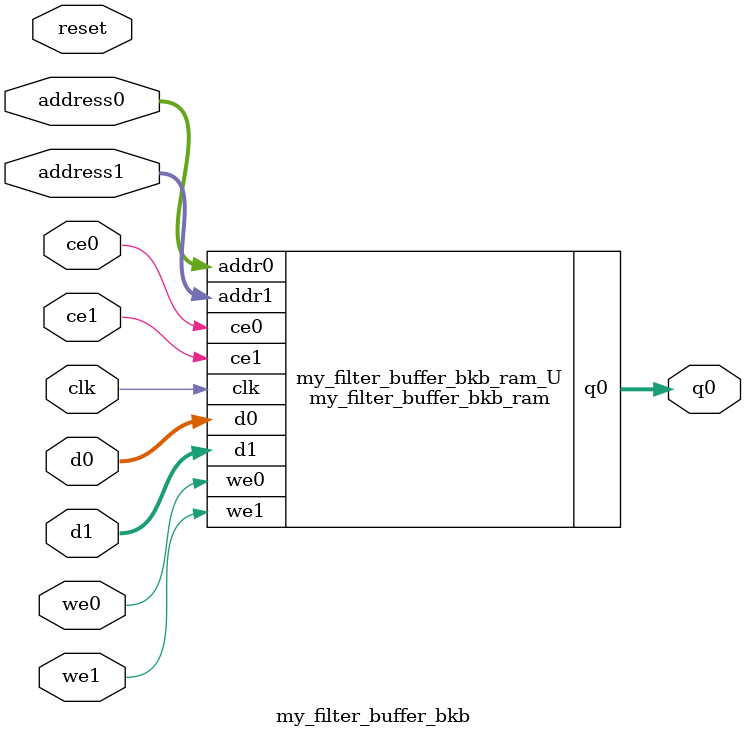
<source format=v>

`timescale 1 ns / 1 ps
module my_filter_buffer_bkb_ram (addr0, ce0, d0, we0, q0, addr1, ce1, d1, we1,  clk);

parameter DWIDTH = 32;
parameter AWIDTH = 9;
parameter MEM_SIZE = 512;

input[AWIDTH-1:0] addr0;
input ce0;
input[DWIDTH-1:0] d0;
input we0;
output reg[DWIDTH-1:0] q0;
input[AWIDTH-1:0] addr1;
input ce1;
input[DWIDTH-1:0] d1;
input we1;
input clk;

(* ram_style = "block" *)reg [DWIDTH-1:0] ram[0:MEM_SIZE-1];




always @(posedge clk)  
begin 
    if (ce0) 
    begin
        if (we0) 
        begin 
            ram[addr0] <= d0; 
            q0 <= d0;
        end 
        else 
            q0 <= ram[addr0];
    end
end


always @(posedge clk)  
begin 
    if (ce1) 
    begin
        if (we1) 
        begin 
            ram[addr1] <= d1; 
        end 
    end
end


endmodule


`timescale 1 ns / 1 ps
module my_filter_buffer_bkb(
    reset,
    clk,
    address0,
    ce0,
    we0,
    d0,
    q0,
    address1,
    ce1,
    we1,
    d1);

parameter DataWidth = 32'd32;
parameter AddressRange = 32'd512;
parameter AddressWidth = 32'd9;
input reset;
input clk;
input[AddressWidth - 1:0] address0;
input ce0;
input we0;
input[DataWidth - 1:0] d0;
output[DataWidth - 1:0] q0;
input[AddressWidth - 1:0] address1;
input ce1;
input we1;
input[DataWidth - 1:0] d1;



my_filter_buffer_bkb_ram my_filter_buffer_bkb_ram_U(
    .clk( clk ),
    .addr0( address0 ),
    .ce0( ce0 ),
    .d0( d0 ),
    .we0( we0 ),
    .q0( q0 ),
    .addr1( address1 ),
    .ce1( ce1 ),
    .d1( d1 ),
    .we1( we1 ));

endmodule


</source>
